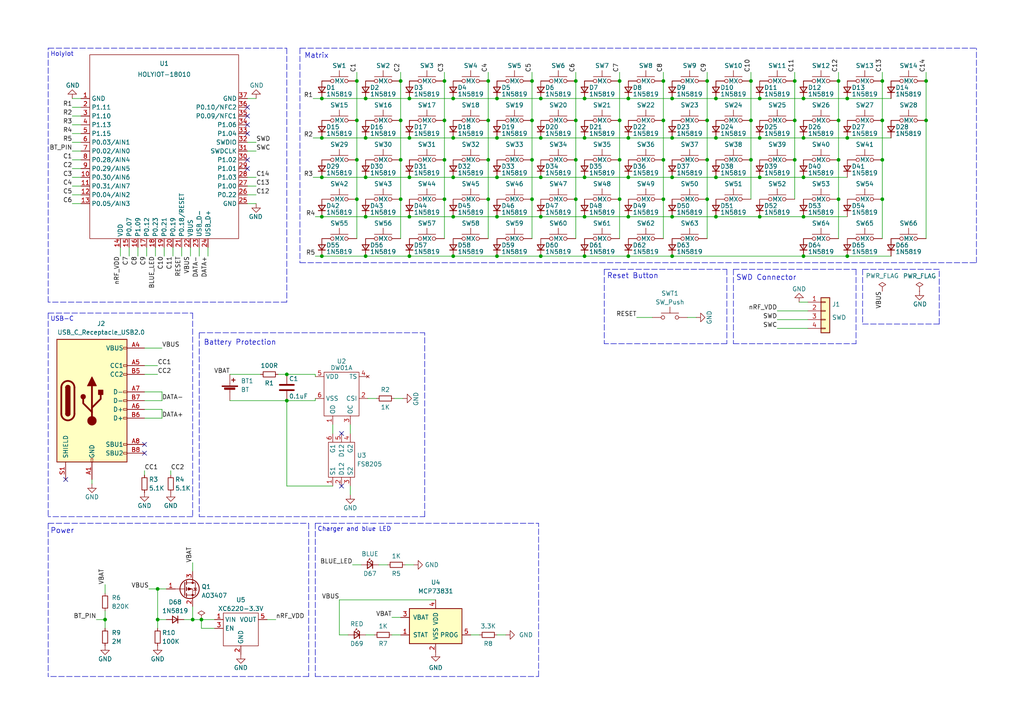
<source format=kicad_sch>
(kicad_sch (version 20211123) (generator eeschema)
  (paper "A4")
  (title_block (title "DNKR") (date "2023-01-04") (rev "1.0") (company "Ladniy"))
  (junction (at 106.045 28.575))
  (junction (at 118.745 28.575))
  (junction (at 207.645 62.865))
  (junction (at 220.345 40.005))
  (junction (at 154.305 46.355))
  (junction (at 116.205 46.355))
  (junction (at 156.845 74.295))
  (junction (at 169.545 62.865))
  (junction (at 106.045 62.865))
  (junction (at 220.345 62.865))
  (junction (at 156.845 51.435))
  (junction (at 179.705 46.355))
  (junction (at 141.605 57.785))
  (junction (at 192.405 23.495))
  (junction (at 103.505 34.925))
  (junction (at 116.205 57.785))
  (junction (at 182.245 40.005))
  (junction (at 118.745 62.865))
  (junction (at 233.045 74.295))
  (junction (at 230.505 23.495))
  (junction (at 233.045 28.575))
  (junction (at 141.605 23.495))
  (junction (at 179.705 23.495))
  (junction (at 106.045 51.435))
  (junction (at 55.88 179.705) (diameter 0.9144))
  (junction (at 144.145 74.295))
  (junction (at 167.005 57.785))
  (junction (at 230.505 46.355))
  (junction (at 103.505 46.355))
  (junction (at 93.345 40.005))
  (junction (at 192.405 46.355))
  (junction (at 243.205 46.355))
  (junction (at 131.445 62.865))
  (junction (at 194.945 51.435))
  (junction (at 194.945 40.005))
  (junction (at 233.045 51.435))
  (junction (at 128.905 57.785))
  (junction (at 182.245 74.295))
  (junction (at 220.345 51.435))
  (junction (at 169.545 28.575))
  (junction (at 144.145 62.865))
  (junction (at 192.405 34.925))
  (junction (at 128.905 23.495))
  (junction (at 243.205 57.785))
  (junction (at 93.345 74.295))
  (junction (at 207.645 40.005))
  (junction (at 93.345 28.575))
  (junction (at 230.505 34.925))
  (junction (at 255.905 34.925))
  (junction (at 207.645 51.435))
  (junction (at 131.445 40.005))
  (junction (at 243.205 23.495))
  (junction (at 255.905 46.355))
  (junction (at 45.72 170.815) (diameter 0.9144))
  (junction (at 217.805 23.495))
  (junction (at 194.945 62.865))
  (junction (at 217.805 46.355))
  (junction (at 220.345 28.575))
  (junction (at 182.245 28.575))
  (junction (at 245.745 28.575))
  (junction (at 154.305 23.495))
  (junction (at 217.805 34.925))
  (junction (at 169.545 74.295))
  (junction (at 167.005 34.925))
  (junction (at 131.445 51.435))
  (junction (at 131.445 28.575))
  (junction (at 167.005 46.355))
  (junction (at 93.345 62.865))
  (junction (at 30.48 179.705))
  (junction (at 245.745 40.005))
  (junction (at 93.345 51.435))
  (junction (at 179.705 34.925))
  (junction (at 194.945 28.575))
  (junction (at 233.045 62.865))
  (junction (at 268.605 34.925))
  (junction (at 205.105 46.355))
  (junction (at 106.045 74.295))
  (junction (at 243.205 34.925))
  (junction (at 141.605 46.355))
  (junction (at 144.145 51.435))
  (junction (at 192.405 57.785))
  (junction (at 83.185 108.585))
  (junction (at 207.645 28.575))
  (junction (at 141.605 34.925))
  (junction (at 255.905 57.785))
  (junction (at 179.705 57.785))
  (junction (at 205.105 57.785))
  (junction (at 118.745 51.435))
  (junction (at 182.245 51.435))
  (junction (at 156.845 28.575))
  (junction (at 103.505 57.785))
  (junction (at 116.205 23.495))
  (junction (at 128.905 46.355))
  (junction (at 255.905 23.495))
  (junction (at 245.745 74.295))
  (junction (at 83.185 116.205))
  (junction (at 118.745 40.005))
  (junction (at 128.905 34.925))
  (junction (at 156.845 40.005))
  (junction (at 116.205 34.925))
  (junction (at 45.72 179.705) (diameter 0.9144))
  (junction (at 194.945 74.295))
  (junction (at 118.745 74.295))
  (junction (at 233.045 40.005))
  (junction (at 144.145 40.005))
  (junction (at 182.245 62.865))
  (junction (at 205.105 23.495))
  (junction (at 268.605 23.495))
  (junction (at 156.845 62.865))
  (junction (at 169.545 40.005))
  (junction (at 106.045 40.005))
  (junction (at 154.305 34.925))
  (junction (at 131.445 74.295))
  (junction (at 205.105 34.925))
  (junction (at 144.145 28.575))
  (junction (at 103.505 23.495))
  (junction (at 58.42 179.705) (diameter 0.9144))
  (junction (at 167.005 23.495))
  (junction (at 169.545 51.435))
  (junction (at 154.305 57.785))
  (no_connect (at 71.755 38.735))
  (no_connect (at 41.91 128.905))
  (no_connect (at 71.755 33.655))
  (no_connect (at 71.755 36.195))
  (no_connect (at 19.05 139.065))
  (no_connect (at 71.755 48.895))
  (no_connect (at 71.755 31.115))
  (no_connect (at 71.755 46.355))
  (no_connect (at 41.91 131.445))
  (no_connect (at 99.06 125.73))
  (no_connect (at 99.06 140.97))
  (wire (pts (xy 20.955 46.355) (xy 23.495 46.355)))
  (polyline (pts (xy 250.19 78.105) (xy 272.415 78.105)))
  (polyline (pts (xy 272.415 93.98) (xy 272.415 78.105)))
  (wire (pts (xy 131.445 62.865) (xy 144.145 62.865)))
  (wire (pts (xy 57.785 71.755) (xy 57.785 74.295)))
  (wire (pts (xy 101.6 123.19) (xy 101.6 125.73)))
  (wire (pts (xy 106.045 28.575) (xy 118.745 28.575)))
  (wire (pts (xy 20.955 59.055) (xy 23.495 59.055)))
  (polyline (pts (xy 55.88 90.805) (xy 55.88 149.86)))
  (wire (pts (xy 58.42 182.245) (xy 62.23 182.245)))
  (polyline (pts (xy 55.88 149.86) (xy 13.97 149.86)) (stroke (width 0) (type dash)))
  (wire (pts (xy 167.005 57.785) (xy 167.005 69.215)))
  (wire (pts (xy 30.48 177.165) (xy 30.48 179.705)))
  (wire (pts (xy 103.505 46.355) (xy 103.505 57.785)))
  (polyline (pts (xy 91.44 151.765) (xy 91.44 196.215)))
  (wire (pts (xy 113.665 179.07) (xy 116.205 179.07)))
  (polyline (pts (xy 250.19 78.105) (xy 250.19 93.98)))
  (wire (pts (xy 118.745 28.575) (xy 131.445 28.575)))
  (polyline (pts (xy 248.285 78.105) (xy 248.285 99.695)))
  (wire (pts (xy 205.105 23.495) (xy 205.105 34.925)))
  (wire (pts (xy 118.745 74.295) (xy 131.445 74.295)))
  (wire (pts (xy 207.645 40.005) (xy 220.345 40.005)))
  (wire (pts (xy 55.88 179.705) (xy 58.42 179.705)))
  (wire (pts (xy 192.405 23.495) (xy 192.405 34.925)))
  (wire (pts (xy 230.505 20.955) (xy 230.505 23.495)))
  (wire (pts (xy 182.245 51.435) (xy 194.945 51.435)))
  (wire (pts (xy 98.425 173.99) (xy 98.425 184.15)))
  (wire (pts (xy 116.205 23.495) (xy 116.205 34.925)))
  (wire (pts (xy 220.345 40.005) (xy 233.045 40.005)))
  (wire (pts (xy 179.705 20.955) (xy 179.705 23.495)))
  (polyline (pts (xy 13.97 151.765) (xy 89.535 151.765)))
  (wire (pts (xy 179.705 57.785) (xy 179.705 69.215)))
  (wire (pts (xy 199.39 92.075) (xy 201.93 92.075)))
  (wire (pts (xy 217.805 46.355) (xy 217.805 57.785)))
  (wire (pts (xy 41.91 116.205) (xy 46.99 116.205)))
  (wire (pts (xy 83.185 116.205) (xy 83.185 140.97)))
  (wire (pts (xy 52.705 71.755) (xy 52.705 74.295)))
  (wire (pts (xy 230.505 46.355) (xy 230.505 57.785)))
  (wire (pts (xy 154.305 23.495) (xy 154.305 34.925)))
  (wire (pts (xy 103.505 57.785) (xy 103.505 69.215)))
  (wire (pts (xy 192.405 34.925) (xy 192.405 46.355)))
  (wire (pts (xy 268.605 23.495) (xy 268.605 34.925)))
  (wire (pts (xy 20.955 48.895) (xy 23.495 48.895)))
  (wire (pts (xy 233.045 40.005) (xy 245.745 40.005)))
  (wire (pts (xy 98.425 173.99) (xy 126.365 173.99)))
  (wire (pts (xy 225.425 90.17) (xy 234.315 90.17)))
  (wire (pts (xy 116.205 57.785) (xy 116.205 69.215)))
  (wire (pts (xy 225.425 95.25) (xy 234.315 95.25)))
  (wire (pts (xy 194.945 51.435) (xy 207.645 51.435)))
  (wire (pts (xy 103.505 23.495) (xy 103.505 34.925)))
  (wire (pts (xy 182.245 28.575) (xy 194.945 28.575)))
  (polyline (pts (xy 250.19 93.98) (xy 272.415 93.98)))
  (wire (pts (xy 49.53 136.525) (xy 49.53 137.795)))
  (wire (pts (xy 154.305 46.355) (xy 154.305 57.785)))
  (wire (pts (xy 194.945 74.295) (xy 233.045 74.295)))
  (polyline (pts (xy 13.97 151.765) (xy 13.97 196.215)))
  (wire (pts (xy 91.44 62.865) (xy 93.345 62.865)))
  (wire (pts (xy 41.91 113.665) (xy 46.99 113.665)))
  (wire (pts (xy 30.48 179.705) (xy 30.48 182.245)))
  (polyline (pts (xy 210.82 99.695) (xy 175.26 99.695)))
  (wire (pts (xy 71.755 51.435) (xy 74.295 51.435)))
  (wire (pts (xy 268.605 20.955) (xy 268.605 23.495)))
  (wire (pts (xy 114.3 115.57) (xy 116.84 115.57)))
  (wire (pts (xy 71.755 59.055) (xy 74.295 59.055)))
  (wire (pts (xy 20.955 31.115) (xy 23.495 31.115)))
  (wire (pts (xy 144.145 28.575) (xy 156.845 28.575)))
  (wire (pts (xy 255.905 20.955) (xy 255.905 23.495)))
  (wire (pts (xy 66.675 108.585) (xy 75.565 108.585)))
  (wire (pts (xy 154.305 34.925) (xy 154.305 46.355)))
  (polyline (pts (xy 13.97 13.97) (xy 83.185 13.97)))
  (wire (pts (xy 41.91 100.965) (xy 46.99 100.965)))
  (wire (pts (xy 20.955 43.815) (xy 23.495 43.815)))
  (wire (pts (xy 243.205 34.925) (xy 243.205 46.355)))
  (wire (pts (xy 136.525 184.15) (xy 139.065 184.15)))
  (wire (pts (xy 205.105 57.785) (xy 205.105 69.215)))
  (wire (pts (xy 245.745 40.005) (xy 258.445 40.005)))
  (wire (pts (xy 144.145 51.435) (xy 156.845 51.435)))
  (wire (pts (xy 96.52 123.19) (xy 96.52 125.73)))
  (wire (pts (xy 194.945 62.865) (xy 207.645 62.865)))
  (wire (pts (xy 41.91 136.525) (xy 41.91 137.795)))
  (wire (pts (xy 20.955 51.435) (xy 23.495 51.435)))
  (wire (pts (xy 66.675 116.205) (xy 83.185 116.205)))
  (polyline (pts (xy 86.995 76.2) (xy 283.21 76.2)))
  (wire (pts (xy 194.945 28.575) (xy 207.645 28.575)))
  (wire (pts (xy 169.545 40.005) (xy 182.245 40.005)))
  (wire (pts (xy 156.845 40.005) (xy 169.545 40.005)))
  (wire (pts (xy 141.605 23.495) (xy 141.605 34.925)))
  (wire (pts (xy 207.645 28.575) (xy 220.345 28.575)))
  (wire (pts (xy 245.745 28.575) (xy 258.445 28.575)))
  (wire (pts (xy 167.005 23.495) (xy 167.005 34.925)))
  (wire (pts (xy 128.905 23.495) (xy 128.905 34.925)))
  (wire (pts (xy 26.67 139.065) (xy 26.67 140.335)))
  (wire (pts (xy 154.305 20.955) (xy 154.305 23.495)))
  (wire (pts (xy 55.88 163.195) (xy 55.88 165.735)))
  (polyline (pts (xy 212.725 78.105) (xy 248.285 78.105)) (stroke (width 0) (type dash)))
  (wire (pts (xy 144.145 62.865) (xy 156.845 62.865)))
  (wire (pts (xy 83.185 108.585) (xy 91.44 108.585)))
  (wire (pts (xy 225.425 92.71) (xy 234.315 92.71)))
  (wire (pts (xy 71.755 56.515) (xy 74.295 56.515)))
  (wire (pts (xy 83.185 140.97) (xy 96.52 140.97)))
  (wire (pts (xy 169.545 28.575) (xy 182.245 28.575)))
  (wire (pts (xy 71.755 28.575) (xy 74.295 28.575)))
  (polyline (pts (xy 13.97 87.63) (xy 13.97 13.97)))
  (wire (pts (xy 53.34 179.705) (xy 55.88 179.705)))
  (wire (pts (xy 77.47 179.705) (xy 80.01 179.705)))
  (wire (pts (xy 233.045 28.575) (xy 245.745 28.575)))
  (wire (pts (xy 102.235 163.83) (xy 104.775 163.83)))
  (wire (pts (xy 217.805 20.955) (xy 217.805 23.495)))
  (wire (pts (xy 20.955 33.655) (xy 23.495 33.655)))
  (wire (pts (xy 106.045 40.005) (xy 118.745 40.005)))
  (wire (pts (xy 41.91 121.285) (xy 46.99 121.285)))
  (wire (pts (xy 156.845 28.575) (xy 169.545 28.575)))
  (wire (pts (xy 255.905 57.785) (xy 255.905 69.215)))
  (wire (pts (xy 55.245 71.755) (xy 55.245 74.295)))
  (wire (pts (xy 118.745 51.435) (xy 131.445 51.435)))
  (wire (pts (xy 169.545 62.865) (xy 182.245 62.865)))
  (wire (pts (xy 179.705 34.925) (xy 179.705 46.355)))
  (wire (pts (xy 156.845 74.295) (xy 169.545 74.295)))
  (wire (pts (xy 184.658 92.075) (xy 189.23 92.075)))
  (wire (pts (xy 167.005 46.355) (xy 167.005 57.785)))
  (wire (pts (xy 20.955 28.575) (xy 23.495 28.575)))
  (wire (pts (xy 45.72 179.705) (xy 45.72 182.245)))
  (wire (pts (xy 217.805 34.925) (xy 217.805 46.355)))
  (wire (pts (xy 106.045 184.15) (xy 108.585 184.15)))
  (wire (pts (xy 46.99 113.665) (xy 46.99 116.205)))
  (wire (pts (xy 217.805 23.495) (xy 217.805 34.925)))
  (wire (pts (xy 230.505 34.925) (xy 230.505 46.355)))
  (wire (pts (xy 182.245 74.295) (xy 194.945 74.295)))
  (polyline (pts (xy 89.535 196.215) (xy 13.97 196.215)))
  (wire (pts (xy 91.44 108.585) (xy 91.44 109.22)))
  (wire (pts (xy 255.905 46.355) (xy 255.905 57.785)))
  (polyline (pts (xy 91.44 196.215) (xy 156.21 196.215)))
  (polyline (pts (xy 83.185 13.97) (xy 83.185 87.63)))
  (wire (pts (xy 106.045 62.865) (xy 118.745 62.865)))
  (wire (pts (xy 243.205 23.495) (xy 243.205 34.925)))
  (wire (pts (xy 128.905 46.355) (xy 128.905 57.785)))
  (wire (pts (xy 207.645 51.435) (xy 220.345 51.435)))
  (wire (pts (xy 144.145 74.295) (xy 156.845 74.295)))
  (wire (pts (xy 205.105 34.925) (xy 205.105 46.355)))
  (wire (pts (xy 106.045 51.435) (xy 118.745 51.435)))
  (wire (pts (xy 58.42 179.705) (xy 62.23 179.705)))
  (wire (pts (xy 41.91 108.585) (xy 45.72 108.585)))
  (polyline (pts (xy 212.725 99.695) (xy 248.285 99.695)) (stroke (width 0) (type dash)))
  (polyline (pts (xy 156.21 196.215) (xy 156.21 151.765)))
  (wire (pts (xy 90.805 28.575) (xy 93.345 28.575)))
  (wire (pts (xy 71.755 53.975) (xy 74.295 53.975)))
  (wire (pts (xy 192.405 20.955) (xy 192.405 23.495)))
  (wire (pts (xy 192.405 46.355) (xy 192.405 57.785)))
  (wire (pts (xy 131.445 28.575) (xy 144.145 28.575)))
  (wire (pts (xy 46.99 118.745) (xy 46.99 121.285)))
  (wire (pts (xy 83.185 116.205) (xy 91.44 116.205)))
  (wire (pts (xy 109.855 163.83) (xy 112.395 163.83)))
  (wire (pts (xy 45.085 71.755) (xy 45.085 74.295)))
  (wire (pts (xy 179.705 23.495) (xy 179.705 34.925)))
  (wire (pts (xy 20.955 56.515) (xy 23.495 56.515)))
  (wire (pts (xy 117.475 163.83) (xy 120.015 163.83)))
  (wire (pts (xy 230.505 23.495) (xy 230.505 34.925)))
  (wire (pts (xy 220.345 28.575) (xy 233.045 28.575)))
  (wire (pts (xy 128.905 57.785) (xy 128.905 69.215)))
  (wire (pts (xy 131.445 51.435) (xy 144.145 51.435)))
  (wire (pts (xy 42.545 71.755) (xy 42.545 74.295)))
  (wire (pts (xy 71.755 41.275) (xy 74.295 41.275)))
  (polyline (pts (xy 57.785 149.86) (xy 123.19 149.86)))
  (wire (pts (xy 141.605 57.785) (xy 141.605 69.215)))
  (polyline (pts (xy 86.995 13.97) (xy 86.995 76.2)))
  (wire (pts (xy 101.6 140.97) (xy 101.6 143.51)))
  (polyline (pts (xy 83.185 87.63) (xy 13.97 87.63)))
  (wire (pts (xy 154.305 57.785) (xy 154.305 69.215)))
  (wire (pts (xy 205.105 46.355) (xy 205.105 57.785)))
  (wire (pts (xy 113.665 184.15) (xy 116.205 184.15)))
  (wire (pts (xy 20.955 36.195) (xy 23.495 36.195)))
  (wire (pts (xy 205.105 20.955) (xy 205.105 23.495)))
  (wire (pts (xy 182.245 40.005) (xy 194.945 40.005)))
  (wire (pts (xy 182.245 62.865) (xy 194.945 62.865)))
  (wire (pts (xy 268.605 34.925) (xy 268.605 69.215)))
  (wire (pts (xy 47.625 71.755) (xy 47.625 74.295)))
  (wire (pts (xy 144.145 184.15) (xy 146.685 184.15)))
  (wire (pts (xy 233.045 62.865) (xy 245.745 62.865)))
  (wire (pts (xy 20.955 41.275) (xy 23.495 41.275)))
  (wire (pts (xy 141.605 46.355) (xy 141.605 57.785)))
  (polyline (pts (xy 89.535 151.765) (xy 89.535 196.215)))
  (wire (pts (xy 60.325 71.755) (xy 60.325 74.295)))
  (wire (pts (xy 20.955 53.975) (xy 23.495 53.975)))
  (wire (pts (xy 20.955 38.735) (xy 23.495 38.735)))
  (polyline (pts (xy 13.97 90.805) (xy 13.97 149.86)))
  (wire (pts (xy 93.345 74.295) (xy 106.045 74.295)))
  (wire (pts (xy 243.205 46.355) (xy 243.205 57.785)))
  (wire (pts (xy 41.91 106.045) (xy 45.72 106.045)))
  (wire (pts (xy 233.045 74.295) (xy 245.745 74.295)))
  (wire (pts (xy 103.505 34.925) (xy 103.505 46.355)))
  (wire (pts (xy 98.425 184.15) (xy 100.965 184.15)))
  (wire (pts (xy 40.005 71.755) (xy 40.005 74.295)))
  (wire (pts (xy 93.345 40.005) (xy 106.045 40.005)))
  (wire (pts (xy 179.705 46.355) (xy 179.705 57.785)))
  (wire (pts (xy 243.205 20.955) (xy 243.205 23.495)))
  (wire (pts (xy 55.88 175.895) (xy 55.88 179.705)))
  (wire (pts (xy 245.745 74.295) (xy 258.445 74.295)))
  (wire (pts (xy 45.72 170.815) (xy 45.72 179.705)))
  (wire (pts (xy 128.905 34.925) (xy 128.905 46.355)))
  (wire (pts (xy 30.48 169.545) (xy 30.48 172.085)))
  (wire (pts (xy 194.945 40.005) (xy 207.645 40.005)))
  (polyline (pts (xy 210.82 78.105) (xy 210.82 99.695)))
  (wire (pts (xy 233.045 51.435) (xy 245.745 51.435)))
  (wire (pts (xy 90.805 40.005) (xy 93.345 40.005)))
  (wire (pts (xy 37.465 71.755) (xy 37.465 74.295)))
  (wire (pts (xy 116.205 20.955) (xy 116.205 23.495)))
  (polyline (pts (xy 13.97 90.805) (xy 55.88 90.805)) (stroke (width 0) (type dash)))
  (wire (pts (xy 116.205 34.925) (xy 116.205 46.355)))
  (wire (pts (xy 255.905 34.925) (xy 255.905 46.355)))
  (polyline (pts (xy 57.785 96.52) (xy 57.785 149.86)))
  (wire (pts (xy 167.005 20.955) (xy 167.005 23.495)))
  (wire (pts (xy 90.805 51.435) (xy 93.345 51.435)))
  (polyline (pts (xy 57.785 96.52) (xy 123.19 96.52)))
  (wire (pts (xy 220.345 62.865) (xy 233.045 62.865)))
  (wire (pts (xy 118.745 40.005) (xy 131.445 40.005)))
  (wire (pts (xy 106.68 115.57) (xy 109.22 115.57)))
  (wire (pts (xy 58.42 179.705) (xy 58.42 182.245)))
  (wire (pts (xy 71.755 43.815) (xy 74.295 43.815)))
  (wire (pts (xy 220.345 51.435) (xy 233.045 51.435)))
  (polyline (pts (xy 212.725 78.105) (xy 212.725 99.695)))
  (wire (pts (xy 43.18 170.815) (xy 45.72 170.815)))
  (wire (pts (xy 156.845 62.865) (xy 169.545 62.865)))
  (polyline (pts (xy 175.26 78.105) (xy 210.82 78.105)) (stroke (width 0) (type dash)))
  (polyline (pts (xy 86.995 13.97) (xy 283.21 13.97)))
  (polyline (pts (xy 91.44 151.765) (xy 156.21 151.765)))
  (wire (pts (xy 231.775 87.63) (xy 234.315 87.63)))
  (wire (pts (xy 93.345 62.865) (xy 106.045 62.865)))
  (wire (pts (xy 45.72 170.815) (xy 48.26 170.815)))
  (wire (pts (xy 34.925 71.755) (xy 34.925 74.295)))
  (wire (pts (xy 45.72 179.705) (xy 48.26 179.705)))
  (wire (pts (xy 128.905 20.955) (xy 128.905 23.495)))
  (wire (pts (xy 80.645 108.585) (xy 83.185 108.585)))
  (wire (pts (xy 91.44 74.295) (xy 93.345 74.295)))
  (wire (pts (xy 167.005 34.925) (xy 167.005 46.355)))
  (wire (pts (xy 131.445 40.005) (xy 144.145 40.005)))
  (wire (pts (xy 144.145 40.005) (xy 156.845 40.005)))
  (polyline (pts (xy 283.21 76.2) (xy 283.21 13.97)))
  (wire (pts (xy 27.94 179.705) (xy 30.48 179.705)))
  (polyline (pts (xy 175.26 78.105) (xy 175.26 99.695)))
  (wire (pts (xy 156.845 51.435) (xy 169.545 51.435)))
  (wire (pts (xy 50.165 71.755) (xy 50.165 74.295)))
  (wire (pts (xy 255.905 23.495) (xy 255.905 34.925)))
  (wire (pts (xy 141.605 20.955) (xy 141.605 23.495)))
  (wire (pts (xy 243.205 57.785) (xy 243.205 69.215)))
  (wire (pts (xy 106.045 74.295) (xy 118.745 74.295)))
  (wire (pts (xy 169.545 51.435) (xy 182.245 51.435)))
  (wire (pts (xy 141.605 34.925) (xy 141.605 46.355)))
  (wire (pts (xy 131.445 74.295) (xy 144.145 74.295)))
  (wire (pts (xy 118.745 62.865) (xy 131.445 62.865)))
  (wire (pts (xy 207.645 62.865) (xy 220.345 62.865)))
  (wire (pts (xy 103.505 20.955) (xy 103.505 23.495)))
  (wire (pts (xy 169.545 74.295) (xy 182.245 74.295)))
  (wire (pts (xy 91.44 116.205) (xy 91.44 115.57)))
  (polyline (pts (xy 123.19 149.86) (xy 123.19 96.52)))
  (wire (pts (xy 93.345 28.575) (xy 106.045 28.575)))
  (wire (pts (xy 41.91 118.745) (xy 46.99 118.745)))
  (wire (pts (xy 116.205 46.355) (xy 116.205 57.785)))
  (wire (pts (xy 192.405 57.785) (xy 192.405 69.215)))
  (wire (pts (xy 93.345 51.435) (xy 106.045 51.435)))
  (text "HolyIot" (at 14.605 16.51 0) (effects (font (size 1.27 1.27)) (justify left bottom)))
  (text "USB-C" (at 14.605 93.345 0) (effects (font (size 1.27 1.27)) (justify left bottom)))
  (text "Power" (at 14.605 154.94 0) (effects (font (size 1.524 1.524)) (justify left bottom)))
  (text "Matrix" (at 88.265 17.145 0) (effects (font (size 1.524 1.524)) (justify left bottom)))
  (text "SWD Сonnector" (at 213.487 81.534 0) (effects (font (size 1.524 1.524)) (justify left bottom)))
  (text "Reset Button" (at 176.022 81.026 0) (effects (font (size 1.524 1.524)) (justify left bottom)))
  (text "Charger and blue LED" (at 92.075 154.305 0) (effects (font (size 1.27 1.27)) (justify left bottom)))
  (text "Battery Protection" (at 59.055 100.33 0) (effects (font (size 1.524 1.524)) (justify left bottom)))
  (label "C5" (at 154.305 20.955 90))
  (label "R5" (at 20.955 41.275 180))
  (label "C13" (at 74.295 53.975 0))
  (label "C2" (at 20.955 48.895 180))
  (label "DATA+" (at 60.325 74.295 270))
  (label "nRF_VDD" (at 225.425 90.17 180))
  (label "C10" (at 217.805 20.955 90))
  (label "C3" (at 20.955 51.435 180))
  (label "SWC" (at 225.425 95.25 180))
  (label "C6" (at 20.955 59.055 180))
  (label "C3" (at 128.905 20.955 90))
  (label "R4" (at 20.955 38.735 180))
  (label "C13" (at 255.905 20.955 90))
  (label "R1" (at 20.955 31.115 180))
  (label "C1" (at 103.505 20.955 90))
  (label "R3" (at 90.805 51.435 180))
  (label "C7" (at 37.465 74.295 270))
  (label "R3" (at 20.955 36.195 180))
  (label "CC2" (at 49.53 136.525 0))
  (label "C10" (at 47.625 74.295 270))
  (label "VBAT" (at 55.88 163.195 90))
  (label "C8" (at 192.405 20.955 90))
  (label "C14" (at 74.295 51.435 0))
  (label "C8" (at 40.005 74.295 270))
  (label "CC2" (at 45.72 108.585 0))
  (label "DATA-" (at 57.785 74.295 270))
  (label "C12" (at 74.295 56.515 0))
  (label "C14" (at 268.605 20.955 90))
  (label "SWC" (at 74.295 43.815 0))
  (label "VBUS" (at 255.905 84.455 270))
  (label "C11" (at 50.165 74.295 270))
  (label "DATA+" (at 46.99 121.285 0))
  (label "C6" (at 167.005 20.955 90))
  (label "C12" (at 243.205 20.955 90))
  (label "R2" (at 20.955 33.655 180))
  (label "SWD" (at 74.295 41.275 0))
  (label "VBUS" (at 46.99 100.965 0))
  (label "C9" (at 42.545 74.295 270))
  (label "C4" (at 141.605 20.955 90))
  (label "R2" (at 90.805 40.005 180))
  (label "DATA-" (at 46.99 116.205 0))
  (label "VBUS" (at 98.425 173.99 180))
  (label "C4" (at 20.955 53.975 180))
  (label "nRF_VDD" (at 34.925 74.295 270))
  (label "BT_PIN" (at 20.955 43.815 180))
  (label "BLUE_LED" (at 45.085 74.295 270))
  (label "nRF_VDD" (at 80.01 179.705 0))
  (label "VBUS" (at 43.18 170.815 180))
  (label "C5" (at 20.955 56.515 180))
  (label "C1" (at 20.955 46.355 180))
  (label "BT_PIN" (at 27.94 179.705 180))
  (label "CC1" (at 41.91 136.525 0))
  (label "RESET" (at 184.658 92.075 180))
  (label "C7" (at 179.705 20.955 90))
  (label "RESET" (at 52.705 74.295 270))
  (label "C9" (at 205.105 20.955 90))
  (label "VBAT" (at 66.675 108.585 180))
  (label "VBAT" (at 113.665 179.07 180))
  (label "R4" (at 91.44 62.865 180))
  (label "CC1" (at 45.72 106.045 0))
  (label "R5" (at 91.44 74.295 180))
  (label "VBAT" (at 30.48 169.545 90))
  (label "R1" (at 90.805 28.575 180))
  (label "VBUS" (at 55.245 74.295 270))
  (label "SWD" (at 225.425 92.71 180))
  (label "C2" (at 116.205 20.955 90))
  (label "BLUE_LED" (at 102.235 163.83 180))
  (label "C11" (at 230.505 20.955 90))
  (symbol (lib_id "Device:D_Small") (at 258.445 71.755 90) (unit 1)
    (property "Reference" "D66" (at 259.715 71.12 90) (effects (justify right)))
    (property "Value" "1N5819" (at 259.715 73.025 90) (effects (justify right)))
    (property "Footprint" "Ladniys-Lib:D_SOD-123" (effects hide))
  )
  (symbol (lib_id "Device:D_Small") (at 131.445 37.465 90) (unit 1)
    (property "Reference" "D18" (at 132.715 36.83 90) (effects (justify right)))
    (property "Value" "1N5819" (at 132.715 38.735 90) (effects (justify right)))
    (property "Footprint" "Ladniys-Lib:D_SOD-123" (effects hide))
  )
  (symbol (lib_id "Switch:SW_Push") (at 98.425 34.925 0) (unit 1)
    (property "Reference" "SW15" (at 98.425 30.48 0))
    (property "Value" "MX" (at 98.425 34.925 0))
    (property "Footprint" "Ladniys-Lib:SW_Hotswap_MX_1.50u" (effects hide))
  )
  (symbol (lib_id "Switch:SW_Push") (at 212.725 34.925 0) (unit 1)
    (property "Reference" "SW24" (at 212.725 30.48 0))
    (property "Value" "MX" (at 212.725 34.925 0))
    (property "Footprint" "Ladniys-Lib:SW_Hotswap_MX_1.00u" (effects hide))
  )
  (symbol (lib_id "Switch:SW_Push") (at 200.025 69.215 0) (unit 1)
    (property "Reference" "SW63" (at 200.025 64.77 0))
    (property "Value" "MX" (at 200.025 69.215 0))
    (property "Footprint" "Ladniys-Lib:SW_Hotswap_MX_1.00u" (effects hide))
  )
  (symbol (lib_id "Device:D_Small") (at 182.245 26.035 90) (unit 1)
    (property "Reference" "D8" (at 183.515 25.4 90) (effects (justify right)))
    (property "Value" "1N5819" (at 183.515 27.305 90) (effects (justify right)))
    (property "Footprint" "Ladniys-Lib:D_SOD-123" (effects hide))
  )
  (symbol (lib_id "Switch:SW_Push") (at 111.125 57.785 0) (unit 1)
    (property "Reference" "SW43" (at 111.125 53.34 0))
    (property "Value" "MX" (at 111.125 57.785 0))
    (property "Footprint" "Ladniys-Lib:SW_Hotswap_MX_1.00u" (effects hide))
  )
  (symbol (lib_id "Device:R_Small") (at 78.105 108.585 90) (unit 1)
    (property "Reference" "R1" (at 78.105 111.125 90))
    (property "Value" "100R" (at 78.105 106.045 90))
    (property "Footprint" "Ladniys-Lib:R_0603" (effects hide))
  )
  (symbol (lib_id "Switch:SW_Push") (at 174.625 69.215 0) (unit 1)
    (property "Reference" "SW61" (at 174.625 64.77 0))
    (property "Value" "MX" (at 174.625 69.215 0))
    (property "Footprint" "Ladniys-Lib:SW_Hotswap_MX_2.25u_Reversed" (effects hide))
  )
  (symbol (lib_id "Switch:SW_Push") (at 187.325 57.785 0) (unit 1)
    (property "Reference" "SW49" (at 187.325 53.34 0))
    (property "Value" "MX" (at 187.325 57.785 0))
    (property "Footprint" "Ladniys-Lib:SW_Hotswap_MX_1.00u" (effects hide))
  )
  (symbol (lib_id "Device:D_Small") (at 50.8 179.705 180) (unit 1)
    (property "Reference" "D68" (at 50.8 174.625 0))
    (property "Value" "1N5819" (at 50.8 177.165 0))
    (property "Footprint" "Ladniys-Lib:D_SOD-123" (effects hide))
  )
  (symbol (lib_id "Device:R_Small") (at 141.605 184.15 90) (unit 1)
    (property "Reference" "R8" (at 141.605 186.69 90))
    (property "Value" "3.3K" (at 141.605 181.61 90))
    (property "Footprint" "Ladniys-Lib:R_0603" (effects hide))
  )
  (symbol (lib_id "power:GND") (at 146.685 184.15 90) (unit 1)
    (property "Reference" "#PWR013" (effects hide))
    (property "Value" "GND" (at 150.495 184.1499 90) (effects (justify right)))
  )
  (symbol (lib_id "power:GND") (at 266.7 84.455 0) (unit 1)
    (property "Reference" "#PWR04" (effects hide))
    (property "Value" "GND" (at 266.827 88.2142 0))
  )
  (symbol (lib_id "Switch:SW_Push") (at 98.425 69.215 0) (unit 1)
    (property "Reference" "SW55" (at 98.425 64.77 0))
    (property "Value" "MX" (at 98.425 69.215 0))
    (property "Footprint" "Ladniys-Lib:SW_Hotswap_MX_1.50u" (effects hide))
  )
  (symbol (lib_id "Device:D_Small") (at 182.245 37.465 90) (unit 1)
    (property "Reference" "D22" (at 183.515 36.83 90) (effects (justify right)))
    (property "Value" "1N5819" (at 183.515 38.735 90) (effects (justify right)))
    (property "Footprint" "Ladniys-Lib:D_SOD-123" (effects hide))
  )
  (symbol (lib_id "Device:D_Small") (at 93.345 60.325 90) (unit 1)
    (property "Reference" "D42" (at 94.615 59.69 90) (effects (justify right)))
    (property "Value" "1N5819" (at 94.615 61.595 90) (effects (justify right)))
    (property "Footprint" "Ladniys-Lib:D_SOD-123" (effects hide))
  )
  (symbol (lib_id "Switch:SW_Push") (at 225.425 34.925 0) (unit 1)
    (property "Reference" "SW25" (at 225.425 30.48 0))
    (property "Value" "MX" (at 225.425 34.925 0))
    (property "Footprint" "Ladniys-Lib:SW_Hotswap_MX_1.00u" (effects hide))
  )
  (symbol (lib_id "Device:D_Small") (at 118.745 26.035 90) (unit 1)
    (property "Reference" "D3" (at 120.015 25.4 90) (effects (justify right)))
    (property "Value" "1N5819" (at 120.015 27.305 90) (effects (justify right)))
    (property "Footprint" "Ladniys-Lib:D_SOD-123" (effects hide))
  )
  (symbol (lib_id "power:GND") (at 30.48 187.325 0) (unit 1)
    (property "Reference" "#PWR014" (effects hide))
    (property "Value" "GND" (at 30.48 191.135 0))
  )
  (symbol (lib_id "Switch:SW_Push") (at 250.825 46.355 0) (unit 1)
    (property "Reference" "SW41" (at 250.825 41.91 0))
    (property "Value" "MX" (at 250.825 46.355 0))
    (property "Footprint" "Ladniys-Lib:SW_Hotswap_MX_1.00u" (effects hide))
  )
  (symbol (lib_id "Device:D_Small") (at 131.445 48.895 90) (unit 1)
    (property "Reference" "D32" (at 132.715 48.26 90) (effects (justify right)))
    (property "Value" "1N5819" (at 132.715 50.165 90) (effects (justify right)))
    (property "Footprint" "Ladniys-Lib:D_SOD-123" (effects hide))
  )
  (symbol (lib_id "power:GND") (at 126.365 189.23 0) (unit 1)
    (property "Reference" "#PWR016" (effects hide))
    (property "Value" "GND" (at 126.365 193.675 0))
  )
  (symbol (lib_id "Device:D_Small") (at 258.445 37.465 90) (unit 1)
    (property "Reference" "D28" (at 259.715 36.83 90) (effects (justify right)))
    (property "Value" "1N5819" (at 259.715 38.735 90) (effects (justify right)))
    (property "Footprint" "Ladniys-Lib:D_SOD-123" (effects hide))
  )
  (symbol (lib_id "Device:R_Small") (at 41.91 140.335 0) (unit 1)
    (property "Reference" "R3" (at 43.18 139.0649 0) (effects (justify left)))
    (property "Value" "5.1K" (at 43.18 141.6049 0) (effects (justify left)))
    (property "Footprint" "Ladniys-Lib:R_0603" (effects hide))
  )
  (symbol (lib_id "Device:D_Small") (at 182.245 48.895 90) (unit 1)
    (property "Reference" "D36" (at 183.515 48.26 90) (effects (justify right)))
    (property "Value" "1N5819" (at 183.515 50.165 90) (effects (justify right)))
    (property "Footprint" "Ladniys-Lib:D_SOD-123" (effects hide))
  )
  (symbol (lib_id "Device:D_Small") (at 144.145 37.465 90) (unit 1)
    (property "Reference" "D19" (at 145.415 36.83 90) (effects (justify right)))
    (property "Value" "1N5819" (at 145.415 38.735 90) (effects (justify right)))
    (property "Footprint" "Ladniys-Lib:D_SOD-123" (effects hide))
  )
  (symbol (lib_id "Device:D_Small") (at 194.945 37.465 90) (unit 1)
    (property "Reference" "D23" (at 196.215 36.83 90) (effects (justify right)))
    (property "Value" "1N5819" (at 196.215 38.735 90) (effects (justify right)))
    (property "Footprint" "Ladniys-Lib:D_SOD-123" (effects hide))
  )
  (symbol (lib_id "Symbol-Library:DW01A") (at 99.06 114.3 0) (unit 1)
    (property "Reference" "U2" (at 99.06 104.775 0))
    (property "Value" "DW01A" (at 99.06 106.68 0))
    (property "Footprint" "Ladniys-Lib:SOT-23-6" (effects hide))
  )
  (symbol (lib_id "Switch:SW_Push") (at 238.125 23.495 0) (unit 1)
    (property "Reference" "SW12" (at 238.125 19.05 0))
    (property "Value" "MX" (at 238.125 23.495 0))
    (property "Footprint" "Ladniys-Lib:SW_Hotswap_MX_1.00u" (effects hide))
  )
  (symbol (lib_id "Device:D_Small") (at 233.045 26.035 90) (unit 1)
    (property "Reference" "D12" (at 234.315 25.4 90) (effects (justify right)))
    (property "Value" "1N5819" (at 234.315 27.305 90) (effects (justify right)))
    (property "Footprint" "Ladniys-Lib:D_SOD-123" (effects hide))
  )
  (symbol (lib_id "Switch:SW_Push") (at 187.325 46.355 0) (unit 1)
    (property "Reference" "SW36" (at 187.325 41.91 0))
    (property "Value" "MX" (at 187.325 46.355 0))
    (property "Footprint" "Ladniys-Lib:SW_Hotswap_MX_1.00u" (effects hide))
  )
  (symbol (lib_id "Switch:SW_Push") (at 212.725 57.785 0) (unit 1)
    (property "Reference" "SW51" (at 212.725 53.34 0))
    (property "Value" "MX" (at 212.725 57.785 0))
    (property "Footprint" "Ladniys-Lib:SW_Hotswap_MX_1.00u" (effects hide))
  )
  (symbol (lib_id "Switch:SW_Push") (at 161.925 34.925 0) (unit 1)
    (property "Reference" "SW20" (at 161.925 30.48 0))
    (property "Value" "MX" (at 161.925 34.925 0))
    (property "Footprint" "Ladniys-Lib:SW_Hotswap_MX_1.00u" (effects hide))
  )
  (symbol (lib_id "power:GND") (at 20.955 28.575 180) (unit 1)
    (property "Reference" "#PWR01" (effects hide))
    (property "Value" "GND" (at 19.05 24.765 0) (effects (justify right)))
  )
  (symbol (lib_id "Device:D_Small") (at 169.545 60.325 90) (unit 1)
    (property "Reference" "D48" (at 170.815 59.69 90) (effects (justify right)))
    (property "Value" "1N5819" (at 170.815 61.595 90) (effects (justify right)))
    (property "Footprint" "Ladniys-Lib:D_SOD-123" (effects hide))
  )
  (symbol (lib_id "Switch:SW_Push") (at 161.925 23.495 0) (unit 1)
    (property "Reference" "SW6" (at 161.925 19.05 0))
    (property "Value" "MX" (at 161.925 23.495 0))
    (property "Footprint" "Ladniys-Lib:SW_Hotswap_MX_1.00u" (effects hide))
  )
  (symbol (lib_id "Switch:SW_Push") (at 238.125 57.785 0) (unit 1)
    (property "Reference" "SW53" (at 238.125 53.34 0))
    (property "Value" "MX" (at 238.125 57.785 0))
    (property "Footprint" "Ladniys-Lib:SW_Hotswap_MX_1.75u" (effects hide))
  )
  (symbol (lib_id "Device:D_Small") (at 207.645 37.465 90) (unit 1)
    (property "Reference" "D24" (at 208.915 36.83 90) (effects (justify right)))
    (property "Value" "1N5819" (at 208.915 38.735 90) (effects (justify right)))
    (property "Footprint" "Ladniys-Lib:D_SOD-123" (effects hide))
  )
  (symbol (lib_id "Connector:USB_C_Receptacle_USB2.0") (at 26.67 116.205 0) (unit 1)
    (property "Reference" "J2" (at 29.337 93.853 0))
    (property "Value" "USB_C_Receptacle_USB2.0" (at 29.337 96.393 0))
    (property "Footprint" "Ladniys-Lib:USB-C-C168688" (effects hide))
    (property "Datasheet" "https://www.usb.org/sites/default/files/documents/usb_type-c.zip" (effects hide))
  )
  (symbol (lib_id "Device:D_Small") (at 144.145 48.895 90) (unit 1)
    (property "Reference" "D33" (at 145.415 48.26 90) (effects (justify right)))
    (property "Value" "1N5819" (at 145.415 50.165 90) (effects (justify right)))
    (property "Footprint" "Ladniys-Lib:D_SOD-123" (effects hide))
  )
  (symbol (lib_id "Device:D_Small") (at 233.045 60.325 90) (unit 1)
    (property "Reference" "D53" (at 234.315 59.69 90) (effects (justify right)))
    (property "Value" "1N5819" (at 234.315 61.595 90) (effects (justify right)))
    (property "Footprint" "Ladniys-Lib:D_SOD-123" (effects hide))
  )
  (symbol (lib_id "Switch:SW_Push") (at 225.425 57.785 0) (unit 1)
    (property "Reference" "SW52" (at 225.425 53.34 0))
    (property "Value" "MX" (at 225.425 57.785 0))
    (property "Footprint" "Ladniys-Lib:SW_Hotswap_MX_1.00u" (effects hide))
  )
  (symbol (lib_id "Switch:SW_Push") (at 174.625 34.925 0) (unit 1)
    (property "Reference" "SW21" (at 174.625 30.48 0))
    (property "Value" "MX" (at 174.625 34.925 0))
    (property "Footprint" "Ladniys-Lib:SW_Hotswap_MX_1.00u" (effects hide))
  )
  (symbol (lib_id "Device:D_Small") (at 156.845 60.325 90) (unit 1)
    (property "Reference" "D47" (at 158.115 59.69 90) (effects (justify right)))
    (property "Value" "1N5819" (at 158.115 61.595 90) (effects (justify right)))
    (property "Footprint" "Ladniys-Lib:D_SOD-123" (effects hide))
  )
  (symbol (lib_id "Device:LED_Small") (at 107.315 163.83 0) (mirror y) (unit 1)
    (property "Reference" "D67" (at 107.315 166.37 0))
    (property "Value" "BLUE" (at 107.315 160.655 0))
    (property "Footprint" "Ladniys-Lib:LED_0603" (effects hide))
  )
  (symbol (lib_id "Switch:SW_Push") (at 263.525 34.925 0) (unit 1)
    (property "Reference" "SW28" (at 263.525 30.48 0))
    (property "Value" "MX" (at 263.525 34.925 0))
    (property "Footprint" "Ladniys-Lib:SW_Hotswap_MX_ISO" (effects hide))
  )
  (symbol (lib_id "Device:D_Small") (at 93.345 26.035 90) (unit 1)
    (property "Reference" "D1" (at 94.615 25.4 90) (effects (justify right)))
    (property "Value" "1N5819" (at 94.615 27.305 90) (effects (justify right)))
    (property "Footprint" "Ladniys-Lib:D_SOD-123" (effects hide))
  )
  (symbol (lib_id "Device:D_Small") (at 169.545 48.895 90) (unit 1)
    (property "Reference" "D35" (at 170.815 48.26 90) (effects (justify right)))
    (property "Value" "1N5819" (at 170.815 50.165 90) (effects (justify right)))
    (property "Footprint" "Ladniys-Lib:D_SOD-123" (effects hide))
  )
  (symbol (lib_id "Switch:SW_Push") (at 161.925 46.355 0) (unit 1)
    (property "Reference" "SW34" (at 161.925 41.91 0))
    (property "Value" "MX" (at 161.925 46.355 0))
    (property "Footprint" "Ladniys-Lib:SW_Hotswap_MX_1.00u" (effects hide))
  )
  (symbol (lib_id "Device:D_Small") (at 106.045 37.465 90) (unit 1)
    (property "Reference" "D16" (at 107.315 36.83 90) (effects (justify right)))
    (property "Value" "1N5819" (at 107.315 38.735 90) (effects (justify right)))
    (property "Footprint" "Ladniys-Lib:D_SOD-123" (effects hide))
  )
  (symbol (lib_id "Symbol-Library:XC6220") (at 69.85 182.245 0) (unit 1)
    (property "Reference" "U5" (at 69.85 173.99 0))
    (property "Value" "XC6220-3.3V" (at 69.85 176.53 0))
    (property "Footprint" "Ladniys-Lib:SOT-23-5" (effects hide))
  )
  (symbol (lib_id "Device:D_Small") (at 220.345 60.325 90) (unit 1)
    (property "Reference" "D52" (at 221.615 59.69 90) (effects (justify right)))
    (property "Value" "1N5819" (at 221.615 61.595 90) (effects (justify right)))
    (property "Footprint" "Ladniys-Lib:D_SOD-123" (effects hide))
  )
  (symbol (lib_id "power:GND") (at 74.295 59.055 0) (unit 1)
    (property "Reference" "#PWR03" (effects hide))
    (property "Value" "GND" (at 76.2 62.865 0) (effects (justify right)))
  )
  (symbol (lib_id "Switch:SW_Push") (at 98.425 57.785 0) (unit 1)
    (property "Reference" "SW42" (at 98.425 53.34 0))
    (property "Value" "MX" (at 98.425 57.785 0))
    (property "Footprint" "Ladniys-Lib:SW_Hotswap_MX_2.25u" (effects hide))
  )
  (symbol (lib_id "Switch:SW_Push") (at 200.025 23.495 0) (unit 1)
    (property "Reference" "SW9" (at 200.025 19.05 0))
    (property "Value" "MX" (at 200.025 23.495 0))
    (property "Footprint" "Ladniys-Lib:SW_Hotswap_MX_1.00u" (effects hide))
  )
  (symbol (lib_id "Battery_Management:MCP73832-2-OT") (at 126.365 181.61 0) (mirror y) (unit 1)
    (property "Reference" "U4" (at 126.365 168.91 0))
    (property "Value" "MCP73831" (at 126.365 171.45 0))
    (property "Footprint" "Ladniys-Lib:SOT-23-5" (effects hide))
    (property "Datasheet" "http://ww1.microchip.com/downloads/en/DeviceDoc/20001984g.pdf" (effects hide))
  )
  (symbol (lib_id "Device:D_Small") (at 182.245 60.325 90) (unit 1)
    (property "Reference" "D49" (at 183.515 59.69 90) (effects (justify right)))
    (property "Value" "1N5819" (at 183.515 61.595 90) (effects (justify right)))
    (property "Footprint" "Ladniys-Lib:D_SOD-123" (effects hide))
  )
  (symbol (lib_id "Switch:SW_Push") (at 111.125 69.215 0) (unit 1)
    (property "Reference" "SW56" (at 111.125 64.77 0))
    (property "Value" "MX" (at 111.125 69.215 0))
    (property "Footprint" "Ladniys-Lib:SW_Hotswap_MX_1.00u" (effects hide))
  )
  (symbol (lib_id "Device:D_Small") (at 118.745 71.755 90) (unit 1)
    (property "Reference" "D57" (at 120.015 71.12 90) (effects (justify right)))
    (property "Value" "1N5819" (at 120.015 73.025 90) (effects (justify right)))
    (property "Footprint" "Ladniys-Lib:D_SOD-123" (effects hide))
  )
  (symbol (lib_id "Device:D_Small") (at 207.645 26.035 90) (unit 1)
    (property "Reference" "D10" (at 208.915 25.4 90) (effects (justify right)))
    (property "Value" "1N5819" (at 208.915 27.305 90) (effects (justify right)))
    (property "Footprint" "Ladniys-Lib:D_SOD-123" (effects hide))
  )
  (symbol (lib_id "Switch:SW_Push") (at 225.425 46.355 0) (unit 1)
    (property "Reference" "SW39" (at 225.425 41.91 0))
    (property "Value" "MX" (at 225.425 46.355 0))
    (property "Footprint" "Ladniys-Lib:SW_Hotswap_MX_1.00u" (effects hide))
  )
  (symbol (lib_id "Switch:SW_Push") (at 250.825 23.495 0) (unit 1)
    (property "Reference" "SW13" (at 250.825 19.05 0))
    (property "Value" "MX" (at 250.825 23.495 0))
    (property "Footprint" "Ladniys-Lib:SW_Hotswap_MX_1.00u" (effects hide))
  )
  (symbol (lib_id "Device:D_Small") (at 207.645 60.325 90) (unit 1)
    (property "Reference" "D51" (at 208.915 59.69 90) (effects (justify right)))
    (property "Value" "1N5819" (at 208.915 61.595 90) (effects (justify right)))
    (property "Footprint" "Ladniys-Lib:D_SOD-123" (effects hide))
  )
  (symbol (lib_id "power:GND") (at 74.295 28.575 180) (unit 1)
    (property "Reference" "#PWR02" (effects hide))
    (property "Value" "GND" (at 72.39 24.765 0) (effects (justify right)))
  )
  (symbol (lib_id "Switch:SW_Push") (at 238.125 69.215 0) (unit 1)
    (property "Reference" "SW64" (at 238.125 64.77 0))
    (property "Value" "MX" (at 238.125 69.215 0))
    (property "Footprint" "Ladniys-Lib:SW_Hotswap_MX_1.00u" (effects hide))
  )
  (symbol (lib_id "Device:D_Small") (at 220.345 26.035 90) (unit 1)
    (property "Reference" "D11" (at 221.615 25.4 90) (effects (justify right)))
    (property "Value" "1N5819" (at 221.615 27.305 90) (effects (justify right)))
    (property "Footprint" "Ladniys-Lib:D_SOD-123" (effects hide))
  )
  (symbol (lib_id "Switch:SW_Push") (at 250.825 57.785 0) (unit 1)
    (property "Reference" "SW54" (at 250.825 53.34 0))
    (property "Value" "MX" (at 250.825 57.785 0))
    (property "Footprint" "Ladniys-Lib:SW_Hotswap_MX_1.00u" (effects hide))
  )
  (symbol (lib_id "Switch:SW_Push") (at 149.225 46.355 0) (unit 1)
    (property "Reference" "SW33" (at 149.225 41.91 0))
    (property "Value" "MX" (at 149.225 46.355 0))
    (property "Footprint" "Ladniys-Lib:SW_Hotswap_MX_1.00u" (effects hide))
  )
  (symbol (lib_id "Device:D_Small") (at 156.845 37.465 90) (unit 1)
    (property "Reference" "D20" (at 158.115 36.83 90) (effects (justify right)))
    (property "Value" "1N5819" (at 158.115 38.735 90) (effects (justify right)))
    (property "Footprint" "Ladniys-Lib:D_SOD-123" (effects hide))
  )
  (symbol (lib_id "power:PWR_FLAG") (at 58.42 179.705 0) (unit 1)
    (property "Reference" "#FLG03" (effects hide))
    (property "Value" "PWR_FLAG" (effects hide))
  )
  (symbol (lib_id "Switch:SW_Push") (at 136.525 69.215 0) (unit 1)
    (property "Reference" "SW58" (at 136.525 64.77 0))
    (property "Value" "MX" (at 136.525 69.215 0))
    (property "Footprint" "Ladniys-Lib:SW_Hotswap_MX_1.25u" (effects hide))
  )
  (symbol (lib_id "Switch:SW_Push") (at 123.825 34.925 0) (unit 1)
    (property "Reference" "SW17" (at 123.825 30.48 0))
    (property "Value" "MX" (at 123.825 34.925 0))
    (property "Footprint" "Ladniys-Lib:SW_Hotswap_MX_1.00u" (effects hide))
  )
  (symbol (lib_id "power:GND") (at 26.67 140.335 0) (unit 1)
    (property "Reference" "#PWR08" (effects hide))
    (property "Value" "GND" (at 26.67 144.145 0))
  )
  (symbol (lib_id "Switch:SW_Push") (at 149.225 34.925 0) (unit 1)
    (property "Reference" "SW19" (at 149.225 30.48 0))
    (property "Value" "MX" (at 149.225 34.925 0))
    (property "Footprint" "Ladniys-Lib:SW_Hotswap_MX_1.00u" (effects hide))
  )
  (symbol (lib_id "Device:R_Small") (at 114.935 163.83 90) (unit 1)
    (property "Reference" "R5" (at 114.935 166.37 90))
    (property "Value" "1K" (at 114.935 161.29 90))
    (property "Footprint" "Ladniys-Lib:R_0603" (effects hide))
  )
  (symbol (lib_id "Device:D_Small") (at 233.045 37.465 90) (unit 1)
    (property "Reference" "D26" (at 234.315 36.83 90) (effects (justify right)))
    (property "Value" "1N5819" (at 234.315 38.735 90) (effects (justify right)))
    (property "Footprint" "Ladniys-Lib:D_SOD-123" (effects hide))
  )
  (symbol (lib_id "Device:D_Small") (at 169.545 71.755 90) (unit 1)
    (property "Reference" "D61" (at 170.815 71.12 90) (effects (justify right)))
    (property "Value" "1N5819" (at 170.815 73.025 90) (effects (justify right)))
    (property "Footprint" "Ladniys-Lib:D_SOD-123" (effects hide))
  )
  (symbol (lib_id "Switch:SW_Push") (at 111.125 23.495 0) (unit 1)
    (property "Reference" "SW2" (at 111.125 19.05 0))
    (property "Value" "MX" (at 111.125 23.495 0))
    (property "Footprint" "Ladniys-Lib:SW_Hotswap_MX_1.00u" (effects hide))
  )
  (symbol (lib_id "Device:R_Small") (at 49.53 140.335 0) (unit 1)
    (property "Reference" "R4" (at 50.8 139.0649 0) (effects (justify left)))
    (property "Value" "5.1K" (at 50.8 141.6049 0) (effects (justify left)))
    (property "Footprint" "Ladniys-Lib:R_0603" (effects hide))
  )
  (symbol (lib_id "Device:D_Small") (at 245.745 71.755 90) (unit 1)
    (property "Reference" "D65" (at 247.015 71.12 90) (effects (justify right)))
    (property "Value" "1N5819" (at 247.015 73.025 90) (effects (justify right)))
    (property "Footprint" "Ladniys-Lib:D_SOD-123" (effects hide))
  )
  (symbol (lib_id "Device:D_Small") (at 144.145 71.755 90) (unit 1)
    (property "Reference" "D59" (at 145.415 71.12 90) (effects (justify right)))
    (property "Value" "1N5819" (at 145.415 73.025 90) (effects (justify right)))
    (property "Footprint" "Ladniys-Lib:D_SOD-123" (effects hide))
  )
  (symbol (lib_id "power:PWR_FLAG") (at 255.905 84.455 0) (unit 1)
    (property "Reference" "#FLG01" (effects hide))
    (property "Value" "PWR_FLAG" (at 255.905 80.01 0))
  )
  (symbol (lib_id "Switch:SW_Push") (at 149.225 57.785 0) (unit 1)
    (property "Reference" "SW46" (at 149.225 53.34 0))
    (property "Value" "MX" (at 149.225 57.785 0))
    (property "Footprint" "Ladniys-Lib:SW_Hotswap_MX_1.00u" (effects hide))
  )
  (symbol (lib_id "Switch:SW_Push") (at 194.31 92.075 0) (unit 1)
    (property "Reference" "SWT1" (at 194.31 85.09 0))
    (property "Value" "SW_Push" (at 194.31 87.63 0))
    (property "Footprint" "Ladniys-Lib:K2-1187SQ" (effects hide))
  )
  (symbol (lib_id "Device:D_Small") (at 182.245 71.755 90) (unit 1)
    (property "Reference" "D62" (at 183.515 71.12 90) (effects (justify right)))
    (property "Value" "1N5819" (at 183.515 73.025 90) (effects (justify right)))
    (property "Footprint" "Ladniys-Lib:D_SOD-123" (effects hide))
  )
  (symbol (lib_id "Device:D_Small") (at 93.345 48.895 90) (unit 1)
    (property "Reference" "D29" (at 94.615 48.26 90) (effects (justify right)))
    (property "Value" "1N5819" (at 94.615 50.165 90) (effects (justify right)))
    (property "Footprint" "Ladniys-Lib:D_SOD-123" (effects hide))
  )
  (symbol (lib_id "Switch:SW_Push") (at 250.825 69.215 0) (unit 1)
    (property "Reference" "SW65" (at 250.825 64.77 0))
    (property "Value" "MX" (at 250.825 69.215 0))
    (property "Footprint" "Ladniys-Lib:SW_Hotswap_MX_1.00u" (effects hide))
  )
  (symbol (lib_id "Switch:SW_Push") (at 250.825 34.925 0) (unit 1)
    (property "Reference" "SW27" (at 250.825 30.48 0))
    (property "Value" "MX" (at 250.825 34.925 0))
    (property "Footprint" "Ladniys-Lib:SW_Hotswap_MX_1.00u" (effects hide))
  )
  (symbol (lib_id "Device:D_Small") (at 245.745 37.465 90) (unit 1)
    (property "Reference" "D27" (at 247.015 36.83 90) (effects (justify right)))
    (property "Value" "1N5819" (at 247.015 38.735 90) (effects (justify right)))
    (property "Footprint" "Ladniys-Lib:D_SOD-123" (effects hide))
  )
  (symbol (lib_id "Device:D_Small") (at 258.445 26.035 90) (unit 1)
    (property "Reference" "D14" (at 259.715 25.4 90) (effects (justify right)))
    (property "Value" "1N5819" (at 259.715 27.305 90) (effects (justify right)))
    (property "Footprint" "Ladniys-Lib:D_SOD-123" (effects hide))
  )
  (symbol (lib_id "Switch:SW_Push") (at 200.025 34.925 0) (unit 1)
    (property "Reference" "SW23" (at 200.025 30.48 0))
    (property "Value" "MX" (at 200.025 34.925 0))
    (property "Footprint" "Ladniys-Lib:SW_Hotswap_MX_1.00u" (effects hide))
  )
  (symbol (lib_id "Device:D_Small") (at 194.945 48.895 90) (unit 1)
    (property "Reference" "D37" (at 196.215 48.26 90) (effects (justify right)))
    (property "Value" "1N5819" (at 196.215 50.165 90) (effects (justify right)))
    (property "Footprint" "Ladniys-Lib:D_SOD-123" (effects hide))
  )
  (symbol (lib_id "Device:R_Small") (at 30.48 184.785 0) (unit 1)
    (property "Reference" "R9" (at 32.385 183.5149 0) (effects (justify left)))
    (property "Value" "2M" (at 32.385 186.0549 0) (effects (justify left)))
    (property "Footprint" "Ladniys-Lib:R_0603" (effects hide))
  )
  (symbol (lib_id "Switch:SW_Push") (at 111.125 46.355 0) (unit 1)
    (property "Reference" "SW30" (at 111.125 41.91 0))
    (property "Value" "MX" (at 111.125 46.355 0))
    (property "Footprint" "Ladniys-Lib:SW_Hotswap_MX_1.00u" (effects hide))
  )
  (symbol (lib_id "Switch:SW_Push") (at 98.425 23.495 0) (unit 1)
    (property "Reference" "SW1" (at 98.425 19.05 0))
    (property "Value" "MX" (at 98.425 23.495 0))
    (property "Footprint" "Ladniys-Lib:SW_Hotswap_MX_1.00u" (effects hide))
  )
  (symbol (lib_id "Device:D_Small") (at 194.945 60.325 90) (unit 1)
    (property "Reference" "D50" (at 196.215 59.69 90) (effects (justify right)))
    (property "Value" "1N5819" (at 196.215 61.595 90) (effects (justify right)))
    (property "Footprint" "Ladniys-Lib:D_SOD-123" (effects hide))
  )
  (symbol (lib_id "Switch:SW_Push") (at 136.525 57.785 0) (unit 1)
    (property "Reference" "SW45" (at 136.525 53.34 0))
    (property "Value" "MX" (at 136.525 57.785 0))
    (property "Footprint" "Ladniys-Lib:SW_Hotswap_MX_1.00u" (effects hide))
  )
  (symbol (lib_id "Switch:SW_Push") (at 187.325 23.495 0) (unit 1)
    (property "Reference" "SW8" (at 187.325 19.05 0))
    (property "Value" "MX" (at 187.325 23.495 0))
    (property "Footprint" "Ladniys-Lib:SW_Hotswap_MX_1.00u" (effects hide))
  )
  (symbol (lib_id "Device:R_Small") (at 30.48 174.625 0) (unit 1)
    (property "Reference" "R6" (at 32.385 173.355 0) (effects (justify left)))
    (property "Value" "820K" (at 32.385 175.895 0) (effects (justify left)))
    (property "Footprint" "Ladniys-Lib:R_0603" (effects hide))
  )
  (symbol (lib_id "Device:D_Small") (at 131.445 26.035 90) (unit 1)
    (property "Reference" "D4" (at 132.715 25.4 90) (effects (justify right)))
    (property "Value" "1N5819" (at 132.715 27.305 90) (effects (justify right)))
    (property "Footprint" "Ladniys-Lib:D_SOD-123" (effects hide))
  )
  (symbol (lib_id "Switch:SW_Push") (at 123.825 23.495 0) (unit 1)
    (property "Reference" "SW3" (at 123.825 19.05 0))
    (property "Value" "MX" (at 123.825 23.495 0))
    (property "Footprint" "Ladniys-Lib:SW_Hotswap_MX_1.00u" (effects hide))
  )
  (symbol (lib_id "Device:D_Small") (at 194.945 26.035 90) (unit 1)
    (property "Reference" "D9" (at 196.215 25.4 90) (effects (justify right)))
    (property "Value" "1N5819" (at 196.215 27.305 90) (effects (justify right)))
    (property "Footprint" "Ladniys-Lib:D_SOD-123" (effects hide))
  )
  (symbol (lib_id "Symbol-Library:Holyiot-18010-mini") (at 47.625 42.545 0) (unit 1)
    (property "Reference" "U1" (at 47.625 18.415 0))
    (property "Value" "HOLYIOT-18010" (at 47.625 21.59 0))
    (property "Footprint" "Ladniys-Lib:Holyiot-18010-nRF52840_mini" (effects hide))
  )
  (symbol (lib_id "Device:D_Small") (at 169.545 26.035 90) (unit 1)
    (property "Reference" "D7" (at 170.815 25.4 90) (effects (justify right)))
    (property "Value" "1N5819" (at 170.815 27.305 90) (effects (justify right)))
    (property "Footprint" "Ladniys-Lib:D_SOD-123" (effects hide))
  )
  (symbol (lib_id "Switch:SW_Push") (at 200.025 57.785 0) (unit 1)
    (property "Reference" "SW50" (at 200.025 53.34 0))
    (property "Value" "MX" (at 200.025 57.785 0))
    (property "Footprint" "Ladniys-Lib:SW_Hotswap_MX_1.00u" (effects hide))
  )
  (symbol (lib_id "Device:D_Small") (at 131.445 60.325 90) (unit 1)
    (property "Reference" "D45" (at 132.715 59.69 90) (effects (justify right)))
    (property "Value" "1N5819" (at 132.715 61.595 90) (effects (justify right)))
    (property "Footprint" "Ladniys-Lib:D_SOD-123" (effects hide))
  )
  (symbol (lib_id "Device:D_Small") (at 93.345 37.465 90) (unit 1)
    (property "Reference" "D15" (at 94.615 36.83 90) (effects (justify right)))
    (property "Value" "1N5819" (at 94.615 38.735 90) (effects (justify right)))
    (property "Footprint" "Ladniys-Lib:D_SOD-123" (effects hide))
  )
  (symbol (lib_id "Symbol-Library:FS8205") (at 99.06 133.35 90) (unit 1)
    (property "Reference" "U3" (at 103.505 132.08 90) (effects (justify right)))
    (property "Value" "FS8205" (at 103.505 134.62 90) (effects (justify right)))
    (property "Footprint" "Ladniys-Lib:SOT-23-6" (effects hide))
  )
  (symbol (lib_id "Device:D_Small") (at 156.845 26.035 90) (unit 1)
    (property "Reference" "D6" (at 158.115 25.4 90) (effects (justify right)))
    (property "Value" "1N5819" (at 158.115 27.305 90) (effects (justify right)))
    (property "Footprint" "Ladniys-Lib:D_SOD-123" (effects hide))
  )
  (symbol (lib_id "Device:D_Small") (at 194.945 71.755 90) (unit 1)
    (property "Reference" "D63" (at 196.215 71.12 90) (effects (justify right)))
    (property "Value" "1N5819" (at 196.215 73.025 90) (effects (justify right)))
    (property "Footprint" "Ladniys-Lib:D_SOD-123" (effects hide))
  )
  (symbol (lib_id "Device:Battery_Cell") (at 66.675 113.665 0) (unit 1)
    (property "Reference" "BT1" (at 69.85 110.49 0) (effects (justify left)))
    (property "Value" "BT" (at 69.85 113.03 0) (effects (justify left)))
    (property "Footprint" "Ladniys-Lib:Connector_Battery_18650" (effects hide))
  )
  (symbol (lib_id "Switch:SW_Push") (at 174.625 23.495 0) (unit 1)
    (property "Reference" "SW7" (at 174.625 19.05 0))
    (property "Value" "MX" (at 174.625 23.495 0))
    (property "Footprint" "Ladniys-Lib:SW_Hotswap_MX_1.00u" (effects hide))
  )
  (symbol (lib_id "Switch:SW_Push") (at 187.325 34.925 0) (unit 1)
    (property "Reference" "SW22" (at 187.325 30.48 0))
    (property "Value" "MX" (at 187.325 34.925 0))
    (property "Footprint" "Ladniys-Lib:SW_Hotswap_MX_1.00u" (effects hide))
  )
  (symbol (lib_id "Device:D_Small") (at 220.345 37.465 90) (unit 1)
    (property "Reference" "D25" (at 221.615 36.83 90) (effects (justify right)))
    (property "Value" "1N5819" (at 221.615 38.735 90) (effects (justify right)))
    (property "Footprint" "Ladniys-Lib:D_SOD-123" (effects hide))
  )
  (symbol (lib_id "power:GND") (at 120.015 163.83 90) (unit 1)
    (property "Reference" "#PWR012" (effects hide))
    (property "Value" "GND" (at 123.19 163.8299 90) (effects (justify right)))
  )
  (symbol (lib_id "Transistor_FET:AO3401A") (at 53.34 170.815 0) (unit 1)
    (property "Reference" "Q1" (at 58.42 170.1799 0) (effects (justify left)))
    (property "Value" "AO3407" (at 58.42 172.7199 0) (effects (justify left)))
    (property "Footprint" "Ladniys-Lib:SOT-23" (effects hide))
    (property "Datasheet" "http://www.aosmd.com/pdfs/datasheet/AO3401A.pdf" (effects hide))
  )
  (symbol (lib_id "Device:R_Small") (at 111.125 184.15 90) (unit 1)
    (property "Reference" "R7" (at 111.125 186.69 90))
    (property "Value" "1K" (at 111.125 181.61 90))
    (property "Footprint" "Ladniys-Lib:R_0603" (effects hide))
  )
  (symbol (lib_id "Device:R_Small") (at 45.72 184.785 0) (unit 1)
    (property "Reference" "R10" (at 46.99 183.5149 0) (effects (justify left)))
    (property "Value" "100K" (at 46.99 186.0549 0) (effects (justify left)))
    (property "Footprint" "Ladniys-Lib:R_0603" (effects hide))
  )
  (symbol (lib_id "Device:D_Small") (at 245.745 48.895 90) (unit 1)
    (property "Reference" "D41" (at 247.015 48.26 90) (effects (justify right)))
    (property "Value" "1N5819" (at 247.015 50.165 90) (effects (justify right)))
    (property "Footprint" "Ladniys-Lib:D_SOD-123" (effects hide))
  )
  (symbol (lib_id "Switch:SW_Push") (at 174.625 46.355 0) (unit 1)
    (property "Reference" "SW35" (at 174.625 41.91 0))
    (property "Value" "MX" (at 174.625 46.355 0))
    (property "Footprint" "Ladniys-Lib:SW_Hotswap_MX_1.00u" (effects hide))
  )
  (symbol (lib_id "power:GND") (at 49.53 142.875 0) (unit 1)
    (property "Reference" "#PWR010" (effects hide))
    (property "Value" "GND" (at 49.53 146.685 0))
  )
  (symbol (lib_id "Switch:SW_Push") (at 212.725 23.495 0) (unit 1)
    (property "Reference" "SW10" (at 212.725 19.05 0))
    (property "Value" "MX" (at 212.725 23.495 0))
    (property "Footprint" "Ladniys-Lib:SW_Hotswap_MX_1.00u" (effects hide))
  )
  (symbol (lib_id "Device:D_Small") (at 144.145 60.325 90) (unit 1)
    (property "Reference" "D46" (at 145.415 59.69 90) (effects (justify right)))
    (property "Value" "1N5819" (at 145.415 61.595 90) (effects (justify right)))
    (property "Footprint" "Ladniys-Lib:D_SOD-123" (effects hide))
  )
  (symbol (lib_id "Switch:SW_Push") (at 136.525 23.495 0) (unit 1)
    (property "Reference" "SW4" (at 136.525 19.05 0))
    (property "Value" "MX" (at 136.525 23.495 0))
    (property "Footprint" "Ladniys-Lib:SW_Hotswap_MX_1.00u" (effects hide))
  )
  (symbol (lib_name "GND_1") (lib_id "power:GND") (at 116.84 115.57 90) (unit 1)
    (property "Reference" "#PWR07" (effects hide))
    (property "Value" "GND" (at 120.65 113.665 0) (effects (justify right)))
  )
  (symbol (lib_id "Device:D_Small") (at 118.745 48.895 90) (unit 1)
    (property "Reference" "D31" (at 120.015 48.26 90) (effects (justify right)))
    (property "Value" "1N5819" (at 120.015 50.165 90) (effects (justify right)))
    (property "Footprint" "Ladniys-Lib:D_SOD-123" (effects hide))
  )
  (symbol (lib_id "Connector_Generic:Conn_01x04") (at 239.395 90.17 0) (unit 1)
    (property "Reference" "J1" (at 241.3 88.265 0) (effects (justify left)))
    (property "Value" "SWD" (at 241.3 92.075 0) (effects (justify left)))
    (property "Footprint" "Ladniys-Lib:Connector_THT_1x4_2.54" (effects hide))
  )
  (symbol (lib_id "Switch:SW_Push") (at 111.125 34.925 0) (unit 1)
    (property "Reference" "SW16" (at 111.125 30.48 0))
    (property "Value" "MX" (at 111.125 34.925 0))
    (property "Footprint" "Ladniys-Lib:SW_Hotswap_MX_1.00u" (effects hide))
  )
  (symbol (lib_id "power:GND") (at 69.85 189.865 0) (unit 1)
    (property "Reference" "#PWR017" (effects hide))
    (property "Value" "GND" (at 69.85 193.675 0))
  )
  (symbol (lib_id "Switch:SW_Push") (at 225.425 23.495 0) (unit 1)
    (property "Reference" "SW11" (at 225.425 19.05 0))
    (property "Value" "MX" (at 225.425 23.495 0))
    (property "Footprint" "Ladniys-Lib:SW_Hotswap_MX_1.00u" (effects hide))
  )
  (symbol (lib_id "Device:D_Small") (at 106.045 60.325 90) (unit 1)
    (property "Reference" "D43" (at 107.315 59.69 90) (effects (justify right)))
    (property "Value" "1N5819" (at 107.315 61.595 90) (effects (justify right)))
    (property "Footprint" "Ladniys-Lib:D_SOD-123" (effects hide))
  )
  (symbol (lib_id "Device:D_Small") (at 245.745 60.325 90) (unit 1)
    (property "Reference" "D54" (at 247.015 59.69 90) (effects (justify right)))
    (property "Value" "1N5819" (at 247.015 61.595 90) (effects (justify right)))
    (property "Footprint" "Ladniys-Lib:D_SOD-123" (effects hide))
  )
  (symbol (lib_id "Switch:SW_Push") (at 174.625 57.785 0) (unit 1)
    (property "Reference" "SW48" (at 174.625 53.34 0))
    (property "Value" "MX" (at 174.625 57.785 0))
    (property "Footprint" "Ladniys-Lib:SW_Hotswap_MX_1.00u" (effects hide))
  )
  (symbol (lib_id "Device:D_Small") (at 106.045 26.035 90) (unit 1)
    (property "Reference" "D2" (at 107.315 25.4 90) (effects (justify right)))
    (property "Value" "1N5819" (at 107.315 27.305 90) (effects (justify right)))
    (property "Footprint" "Ladniys-Lib:D_SOD-123" (effects hide))
  )
  (symbol (lib_id "power:GND") (at 201.93 92.075 90) (unit 1)
    (property "Reference" "#PWR06" (effects hide))
    (property "Value" "GND" (at 205.74 92.075 0))
  )
  (symbol (lib_id "power:GND") (at 41.91 142.875 0) (unit 1)
    (property "Reference" "#PWR09" (effects hide))
    (property "Value" "GND" (at 41.91 146.685 0))
  )
  (symbol (lib_id "Switch:SW_Push") (at 238.125 34.925 0) (unit 1)
    (property "Reference" "SW26" (at 238.125 30.48 0))
    (property "Value" "MX" (at 238.125 34.925 0))
    (property "Footprint" "Ladniys-Lib:SW_Hotswap_MX_1.00u" (effects hide))
  )
  (symbol (lib_id "power:GND") (at 45.72 187.325 0) (unit 1)
    (property "Reference" "#PWR015" (effects hide))
    (property "Value" "GND" (at 45.72 191.135 0))
  )
  (symbol (lib_id "Device:D_Small") (at 131.445 71.755 90) (unit 1)
    (property "Reference" "D58" (at 132.715 71.12 90) (effects (justify right)))
    (property "Value" "1N5819" (at 132.715 73.025 90) (effects (justify right)))
    (property "Footprint" "Ladniys-Lib:D_SOD-123" (effects hide))
  )
  (symbol (lib_id "Device:D_Small") (at 156.845 48.895 90) (unit 1)
    (property "Reference" "D34" (at 158.115 48.26 90) (effects (justify right)))
    (property "Value" "1N5819" (at 158.115 50.165 90) (effects (justify right)))
    (property "Footprint" "Ladniys-Lib:D_SOD-123" (effects hide))
  )
  (symbol (lib_id "Switch:SW_Push") (at 136.525 46.355 0) (unit 1)
    (property "Reference" "SW32" (at 136.525 41.91 0))
    (property "Value" "MX" (at 136.525 46.355 0))
    (property "Footprint" "Ladniys-Lib:SW_Hotswap_MX_1.00u" (effects hide))
  )
  (symbol (lib_id "Device:D_Small") (at 156.845 71.755 90) (unit 1)
    (property "Reference" "D60" (at 158.115 71.12 90) (effects (justify right)))
    (property "Value" "1N5819" (at 158.115 73.025 90) (effects (justify right)))
    (property "Footprint" "Ladniys-Lib:D_SOD-123" (effects hide))
  )
  (symbol (lib_id "power:PWR_FLAG") (at 266.7 84.455 0) (unit 1)
    (property "Reference" "#FLG02" (effects hide))
    (property "Value" "PWR_FLAG" (at 266.7 80.0608 0))
  )
  (symbol (lib_id "Device:D_Small") (at 220.345 48.895 90) (unit 1)
    (property "Reference" "D39" (at 221.615 48.26 90) (effects (justify right)))
    (property "Value" "1N5819" (at 221.615 50.165 90) (effects (justify right)))
    (property "Footprint" "Ladniys-Lib:D_SOD-123" (effects hide))
  )
  (symbol (lib_id "Switch:SW_Push") (at 123.825 46.355 0) (unit 1)
    (property "Reference" "SW31" (at 123.825 41.91 0))
    (property "Value" "MX" (at 123.825 46.355 0))
    (property "Footprint" "Ladniys-Lib:SW_Hotswap_MX_1.00u" (effects hide))
  )
  (symbol (lib_id "Device:D_Small") (at 106.045 48.895 90) (unit 1)
    (property "Reference" "D30" (at 107.315 48.26 90) (effects (justify right)))
    (property "Value" "1N5819" (at 107.315 50.165 90) (effects (justify right)))
    (property "Footprint" "Ladniys-Lib:D_SOD-123" (effects hide))
  )
  (symbol (lib_name "GND_2") (lib_id "power:GND") (at 101.6 143.51 0) (unit 1)
    (property "Reference" "#PWR011" (effects hide))
    (property "Value" "GND" (at 101.6 147.32 0))
  )
  (symbol (lib_id "Device:LED_Small") (at 103.505 184.15 0) (mirror y) (unit 1)
    (property "Reference" "D69" (at 103.505 186.69 0))
    (property "Value" "RED" (at 103.505 180.975 0))
    (property "Footprint" "Ladniys-Lib:LED_0603" (effects hide))
  )
  (symbol (lib_id "Switch:SW_Push") (at 200.025 46.355 0) (unit 1)
    (property "Reference" "SW37" (at 200.025 41.91 0))
    (property "Value" "MX" (at 200.025 46.355 0))
    (property "Footprint" "Ladniys-Lib:SW_Hotswap_MX_1.00u" (effects hide))
  )
  (symbol (lib_id "Switch:SW_Push") (at 123.825 69.215 0) (unit 1)
    (property "Reference" "SW57" (at 123.825 64.77 0))
    (property "Value" "MX" (at 123.825 69.215 0))
    (property "Footprint" "Ladniys-Lib:SW_Hotswap_MX_1.00u" (effects hide))
  )
  (symbol (lib_id "Switch:SW_Push") (at 149.225 23.495 0) (unit 1)
    (property "Reference" "SW5" (at 149.225 19.05 0))
    (property "Value" "MX" (at 149.225 23.495 0))
    (property "Footprint" "Ladniys-Lib:SW_Hotswap_MX_1.00u" (effects hide))
  )
  (symbol (lib_id "Device:D_Small") (at 144.145 26.035 90) (unit 1)
    (property "Reference" "D5" (at 145.415 25.4 90) (effects (justify right)))
    (property "Value" "1N5819" (at 145.415 27.305 90) (effects (justify right)))
    (property "Footprint" "Ladniys-Lib:D_SOD-123" (effects hide))
  )
  (symbol (lib_id "Device:D_Small") (at 106.045 71.755 90) (unit 1)
    (property "Reference" "D56" (at 107.315 71.12 90) (effects (justify right)))
    (property "Value" "1N5819" (at 107.315 73.025 90) (effects (justify right)))
    (property "Footprint" "Ladniys-Lib:D_SOD-123" (effects hide))
  )
  (symbol (lib_id "Switch:SW_Push") (at 161.925 57.785 0) (unit 1)
    (property "Reference" "SW47" (at 161.925 53.34 0))
    (property "Value" "MX" (at 161.925 57.785 0))
    (property "Footprint" "Ladniys-Lib:SW_Hotswap_MX_1.00u" (effects hide))
  )
  (symbol (lib_id "Switch:SW_Push") (at 123.825 57.785 0) (unit 1)
    (property "Reference" "SW44" (at 123.825 53.34 0))
    (property "Value" "MX" (at 123.825 57.785 0))
    (property "Footprint" "Ladniys-Lib:SW_Hotswap_MX_1.00u" (effects hide))
  )
  (symbol (lib_id "Switch:SW_Push") (at 263.525 69.215 0) (unit 1)
    (property "Reference" "SW66" (at 263.525 64.77 0))
    (property "Value" "MX" (at 263.525 69.215 0))
    (property "Footprint" "Ladniys-Lib:SW_Hotswap_MX_1.00u" (effects hide))
  )
  (symbol (lib_id "Switch:SW_Push") (at 136.525 34.925 0) (unit 1)
    (property "Reference" "SW18" (at 136.525 30.48 0))
    (property "Value" "MX" (at 136.525 34.925 0))
    (property "Footprint" "Ladniys-Lib:SW_Hotswap_MX_1.00u" (effects hide))
  )
  (symbol (lib_id "Switch:SW_Push") (at 212.725 46.355 0) (unit 1)
    (property "Reference" "SW38" (at 212.725 41.91 0))
    (property "Value" "MX" (at 212.725 46.355 0))
    (property "Footprint" "Ladniys-Lib:SW_Hotswap_MX_1.00u" (effects hide))
  )
  (symbol (lib_id "power:GND") (at 231.775 87.63 180) (unit 1)
    (property "Reference" "#PWR05" (effects hide))
    (property "Value" "GND" (at 231.775 83.82 0))
  )
  (symbol (lib_id "Device:C") (at 83.185 112.395 0) (unit 1)
    (property "Reference" "C1" (at 83.82 109.855 0) (effects (justify left)))
    (property "Value" "0.1uF" (at 83.82 114.935 0) (effects (justify left)))
    (property "Footprint" "Ladniys-Lib:C_0603" (effects hide))
  )
  (symbol (lib_id "Switch:SW_Push") (at 98.425 46.355 0) (unit 1)
    (property "Reference" "SW29" (at 98.425 41.91 0))
    (property "Value" "MX" (at 98.425 46.355 0))
    (property "Footprint" "Ladniys-Lib:SW_Hotswap_MX_1.75u" (effects hide))
  )
  (symbol (lib_id "Device:D_Small") (at 233.045 71.755 90) (unit 1)
    (property "Reference" "D64" (at 234.315 71.12 90) (effects (justify right)))
    (property "Value" "1N5819" (at 234.315 73.025 90) (effects (justify right)))
    (property "Footprint" "Ladniys-Lib:D_SOD-123" (effects hide))
  )
  (symbol (lib_id "Device:D_Small") (at 93.345 71.755 90) (unit 1)
    (property "Reference" "D55" (at 94.615 71.12 90) (effects (justify right)))
    (property "Value" "1N5819" (at 94.615 73.025 90) (effects (justify right)))
    (property "Footprint" "Ladniys-Lib:D_SOD-123" (effects hide))
  )
  (symbol (lib_id "Device:D_Small") (at 233.045 48.895 90) (unit 1)
    (property "Reference" "D40" (at 234.315 48.26 90) (effects (justify right)))
    (property "Value" "1N5819" (at 234.315 50.165 90) (effects (justify right)))
    (property "Footprint" "Ladniys-Lib:D_SOD-123" (effects hide))
  )
  (symbol (lib_id "Switch:SW_Push") (at 187.325 69.215 0) (unit 1)
    (property "Reference" "SW62" (at 187.325 64.77 0))
    (property "Value" "MX" (at 187.325 69.215 0))
    (property "Footprint" "Ladniys-Lib:SW_Hotswap_MX_1.00u" (effects hide))
  )
  (symbol (lib_id "Switch:SW_Push") (at 161.925 69.215 0) (unit 1)
    (property "Reference" "SW60" (at 161.925 64.77 0))
    (property "Value" "MX" (at 161.925 69.215 0))
    (property "Footprint" "Ladniys-Lib:SW_Hotswap_MX_1.25u" (effects hide))
  )
  (symbol (lib_id "Switch:SW_Push") (at 263.525 23.495 0) (unit 1)
    (property "Reference" "SW14" (at 263.525 19.05 0))
    (property "Value" "MX" (at 263.525 23.495 0))
    (property "Footprint" "Ladniys-Lib:SW_Hotswap_MX_2.00u" (effects hide))
  )
  (symbol (lib_id "Device:D_Small") (at 118.745 60.325 90) (unit 1)
    (property "Reference" "D44" (at 120.015 59.69 90) (effects (justify right)))
    (property "Value" "1N5819" (at 120.015 61.595 90) (effects (justify right)))
    (property "Footprint" "Ladniys-Lib:D_SOD-123" (effects hide))
  )
  (symbol (lib_id "Device:D_Small") (at 169.545 37.465 90) (unit 1)
    (property "Reference" "D21" (at 170.815 36.83 90) (effects (justify right)))
    (property "Value" "1N5819" (at 170.815 38.735 90) (effects (justify right)))
    (property "Footprint" "Ladniys-Lib:D_SOD-123" (effects hide))
  )
  (symbol (lib_id "Device:D_Small") (at 245.745 26.035 90) (unit 1)
    (property "Reference" "D13" (at 247.015 25.4 90) (effects (justify right)))
    (property "Value" "1N5819" (at 247.015 27.305 90) (effects (justify right)))
    (property "Footprint" "Ladniys-Lib:D_SOD-123" (effects hide))
  )
  (symbol (lib_id "Switch:SW_Push") (at 238.125 46.355 0) (unit 1)
    (property "Reference" "SW40" (at 238.125 41.91 0))
    (property "Value" "MX" (at 238.125 46.355 0))
    (property "Footprint" "Ladniys-Lib:SW_Hotswap_MX_1.00u" (effects hide))
  )
  (symbol (lib_id "Switch:SW_Push") (at 149.225 69.215 0) (unit 1)
    (property "Reference" "SW59" (at 149.225 64.77 0))
    (property "Value" "MX" (at 149.225 69.215 0))
    (property "Footprint" "Ladniys-Lib:SW_Hotswap_MX_2.75u_Reversed" (effects hide))
  )
  (symbol (lib_id "Device:D_Small") (at 118.745 37.465 90) (unit 1)
    (property "Reference" "D17" (at 120.015 36.83 90) (effects (justify right)))
    (property "Value" "1N5819" (at 120.015 38.735 90) (effects (justify right)))
    (property "Footprint" "Ladniys-Lib:D_SOD-123" (effects hide))
  )
  (symbol (lib_id "Device:R_Small") (at 111.76 115.57 90) (unit 1)
    (property "Reference" "R2" (at 111.76 113.03 90))
    (property "Value" "1K" (at 111.76 118.11 90))
    (property "Footprint" "Ladniys-Lib:R_0603" (effects hide))
  )
  (symbol (lib_id "Device:D_Small") (at 207.645 48.895 90) (unit 1)
    (property "Reference" "D38" (at 208.915 48.26 90) (effects (justify right)))
    (property "Value" "1N5819" (at 208.915 50.165 90) (effects (justify right)))
    (property "Footprint" "Ladniys-Lib:D_SOD-123" (effects hide))
  )
)
</source>
